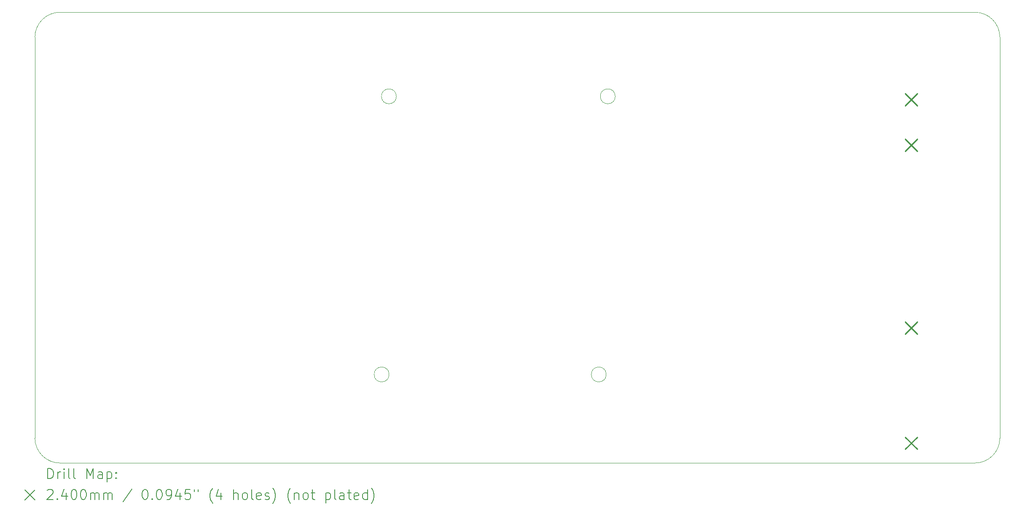
<source format=gbr>
%TF.GenerationSoftware,KiCad,Pcbnew,7.0.8*%
%TF.CreationDate,2024-09-16T14:38:20-04:00*%
%TF.ProjectId,breakout_pcie,62726561-6b6f-4757-945f-706369652e6b,rev?*%
%TF.SameCoordinates,Original*%
%TF.FileFunction,Drillmap*%
%TF.FilePolarity,Positive*%
%FSLAX45Y45*%
G04 Gerber Fmt 4.5, Leading zero omitted, Abs format (unit mm)*
G04 Created by KiCad (PCBNEW 7.0.8) date 2024-09-16 14:38:20*
%MOMM*%
%LPD*%
G01*
G04 APERTURE LIST*
%ADD10C,0.010000*%
%ADD11C,0.100000*%
%ADD12C,0.200000*%
%ADD13C,0.240000*%
G04 APERTURE END LIST*
D10*
X25920000Y-5630000D02*
G75*
G03*
X25420000Y-5130000I-500000J0D01*
G01*
X7050000Y-5130000D02*
X25420000Y-5130000D01*
X7050000Y-5130000D02*
G75*
G03*
X6540000Y-5630000I-5000J-505000D01*
G01*
D11*
X18196000Y-6820000D02*
G75*
G03*
X18196000Y-6820000I-150000J0D01*
G01*
D10*
X25420000Y-14190000D02*
X7050000Y-14190000D01*
X6540000Y-13690000D02*
G75*
G03*
X7050000Y-14190000I504996J4996D01*
G01*
X25920000Y-5630000D02*
X25920000Y-13690000D01*
D11*
X13800000Y-6820000D02*
G75*
G03*
X13800000Y-6820000I-150000J0D01*
G01*
D10*
X6540000Y-13690000D02*
X6540000Y-5630000D01*
D11*
X13654000Y-12410000D02*
G75*
G03*
X13654000Y-12410000I-150000J0D01*
G01*
X18015000Y-12410000D02*
G75*
G03*
X18015000Y-12410000I-150000J0D01*
G01*
D10*
X25420000Y-14190000D02*
G75*
G03*
X25920000Y-13690000I0J500000D01*
G01*
D12*
D13*
X24020000Y-6765000D02*
X24260000Y-7005000D01*
X24260000Y-6765000D02*
X24020000Y-7005000D01*
X24020000Y-7680000D02*
X24260000Y-7920000D01*
X24260000Y-7680000D02*
X24020000Y-7920000D01*
X24020000Y-11355000D02*
X24260000Y-11595000D01*
X24260000Y-11355000D02*
X24020000Y-11595000D01*
X24020000Y-13670000D02*
X24260000Y-13910000D01*
X24260000Y-13670000D02*
X24020000Y-13910000D01*
D12*
X6800277Y-14502009D02*
X6800277Y-14302009D01*
X6800277Y-14302009D02*
X6847896Y-14302009D01*
X6847896Y-14302009D02*
X6876467Y-14311532D01*
X6876467Y-14311532D02*
X6895515Y-14330580D01*
X6895515Y-14330580D02*
X6905039Y-14349628D01*
X6905039Y-14349628D02*
X6914562Y-14387723D01*
X6914562Y-14387723D02*
X6914562Y-14416294D01*
X6914562Y-14416294D02*
X6905039Y-14454389D01*
X6905039Y-14454389D02*
X6895515Y-14473437D01*
X6895515Y-14473437D02*
X6876467Y-14492485D01*
X6876467Y-14492485D02*
X6847896Y-14502009D01*
X6847896Y-14502009D02*
X6800277Y-14502009D01*
X7000277Y-14502009D02*
X7000277Y-14368675D01*
X7000277Y-14406770D02*
X7009801Y-14387723D01*
X7009801Y-14387723D02*
X7019324Y-14378199D01*
X7019324Y-14378199D02*
X7038372Y-14368675D01*
X7038372Y-14368675D02*
X7057420Y-14368675D01*
X7124086Y-14502009D02*
X7124086Y-14368675D01*
X7124086Y-14302009D02*
X7114562Y-14311532D01*
X7114562Y-14311532D02*
X7124086Y-14321056D01*
X7124086Y-14321056D02*
X7133610Y-14311532D01*
X7133610Y-14311532D02*
X7124086Y-14302009D01*
X7124086Y-14302009D02*
X7124086Y-14321056D01*
X7247896Y-14502009D02*
X7228848Y-14492485D01*
X7228848Y-14492485D02*
X7219324Y-14473437D01*
X7219324Y-14473437D02*
X7219324Y-14302009D01*
X7352658Y-14502009D02*
X7333610Y-14492485D01*
X7333610Y-14492485D02*
X7324086Y-14473437D01*
X7324086Y-14473437D02*
X7324086Y-14302009D01*
X7581229Y-14502009D02*
X7581229Y-14302009D01*
X7581229Y-14302009D02*
X7647896Y-14444866D01*
X7647896Y-14444866D02*
X7714562Y-14302009D01*
X7714562Y-14302009D02*
X7714562Y-14502009D01*
X7895515Y-14502009D02*
X7895515Y-14397247D01*
X7895515Y-14397247D02*
X7885991Y-14378199D01*
X7885991Y-14378199D02*
X7866943Y-14368675D01*
X7866943Y-14368675D02*
X7828848Y-14368675D01*
X7828848Y-14368675D02*
X7809801Y-14378199D01*
X7895515Y-14492485D02*
X7876467Y-14502009D01*
X7876467Y-14502009D02*
X7828848Y-14502009D01*
X7828848Y-14502009D02*
X7809801Y-14492485D01*
X7809801Y-14492485D02*
X7800277Y-14473437D01*
X7800277Y-14473437D02*
X7800277Y-14454389D01*
X7800277Y-14454389D02*
X7809801Y-14435342D01*
X7809801Y-14435342D02*
X7828848Y-14425818D01*
X7828848Y-14425818D02*
X7876467Y-14425818D01*
X7876467Y-14425818D02*
X7895515Y-14416294D01*
X7990753Y-14368675D02*
X7990753Y-14568675D01*
X7990753Y-14378199D02*
X8009801Y-14368675D01*
X8009801Y-14368675D02*
X8047896Y-14368675D01*
X8047896Y-14368675D02*
X8066943Y-14378199D01*
X8066943Y-14378199D02*
X8076467Y-14387723D01*
X8076467Y-14387723D02*
X8085991Y-14406770D01*
X8085991Y-14406770D02*
X8085991Y-14463913D01*
X8085991Y-14463913D02*
X8076467Y-14482961D01*
X8076467Y-14482961D02*
X8066943Y-14492485D01*
X8066943Y-14492485D02*
X8047896Y-14502009D01*
X8047896Y-14502009D02*
X8009801Y-14502009D01*
X8009801Y-14502009D02*
X7990753Y-14492485D01*
X8171705Y-14482961D02*
X8181229Y-14492485D01*
X8181229Y-14492485D02*
X8171705Y-14502009D01*
X8171705Y-14502009D02*
X8162182Y-14492485D01*
X8162182Y-14492485D02*
X8171705Y-14482961D01*
X8171705Y-14482961D02*
X8171705Y-14502009D01*
X8171705Y-14378199D02*
X8181229Y-14387723D01*
X8181229Y-14387723D02*
X8171705Y-14397247D01*
X8171705Y-14397247D02*
X8162182Y-14387723D01*
X8162182Y-14387723D02*
X8171705Y-14378199D01*
X8171705Y-14378199D02*
X8171705Y-14397247D01*
X6339500Y-14730525D02*
X6539500Y-14930525D01*
X6539500Y-14730525D02*
X6339500Y-14930525D01*
X6790753Y-14741056D02*
X6800277Y-14731532D01*
X6800277Y-14731532D02*
X6819324Y-14722009D01*
X6819324Y-14722009D02*
X6866943Y-14722009D01*
X6866943Y-14722009D02*
X6885991Y-14731532D01*
X6885991Y-14731532D02*
X6895515Y-14741056D01*
X6895515Y-14741056D02*
X6905039Y-14760104D01*
X6905039Y-14760104D02*
X6905039Y-14779151D01*
X6905039Y-14779151D02*
X6895515Y-14807723D01*
X6895515Y-14807723D02*
X6781229Y-14922009D01*
X6781229Y-14922009D02*
X6905039Y-14922009D01*
X6990753Y-14902961D02*
X7000277Y-14912485D01*
X7000277Y-14912485D02*
X6990753Y-14922009D01*
X6990753Y-14922009D02*
X6981229Y-14912485D01*
X6981229Y-14912485D02*
X6990753Y-14902961D01*
X6990753Y-14902961D02*
X6990753Y-14922009D01*
X7171705Y-14788675D02*
X7171705Y-14922009D01*
X7124086Y-14712485D02*
X7076467Y-14855342D01*
X7076467Y-14855342D02*
X7200277Y-14855342D01*
X7314562Y-14722009D02*
X7333610Y-14722009D01*
X7333610Y-14722009D02*
X7352658Y-14731532D01*
X7352658Y-14731532D02*
X7362182Y-14741056D01*
X7362182Y-14741056D02*
X7371705Y-14760104D01*
X7371705Y-14760104D02*
X7381229Y-14798199D01*
X7381229Y-14798199D02*
X7381229Y-14845818D01*
X7381229Y-14845818D02*
X7371705Y-14883913D01*
X7371705Y-14883913D02*
X7362182Y-14902961D01*
X7362182Y-14902961D02*
X7352658Y-14912485D01*
X7352658Y-14912485D02*
X7333610Y-14922009D01*
X7333610Y-14922009D02*
X7314562Y-14922009D01*
X7314562Y-14922009D02*
X7295515Y-14912485D01*
X7295515Y-14912485D02*
X7285991Y-14902961D01*
X7285991Y-14902961D02*
X7276467Y-14883913D01*
X7276467Y-14883913D02*
X7266943Y-14845818D01*
X7266943Y-14845818D02*
X7266943Y-14798199D01*
X7266943Y-14798199D02*
X7276467Y-14760104D01*
X7276467Y-14760104D02*
X7285991Y-14741056D01*
X7285991Y-14741056D02*
X7295515Y-14731532D01*
X7295515Y-14731532D02*
X7314562Y-14722009D01*
X7505039Y-14722009D02*
X7524086Y-14722009D01*
X7524086Y-14722009D02*
X7543134Y-14731532D01*
X7543134Y-14731532D02*
X7552658Y-14741056D01*
X7552658Y-14741056D02*
X7562182Y-14760104D01*
X7562182Y-14760104D02*
X7571705Y-14798199D01*
X7571705Y-14798199D02*
X7571705Y-14845818D01*
X7571705Y-14845818D02*
X7562182Y-14883913D01*
X7562182Y-14883913D02*
X7552658Y-14902961D01*
X7552658Y-14902961D02*
X7543134Y-14912485D01*
X7543134Y-14912485D02*
X7524086Y-14922009D01*
X7524086Y-14922009D02*
X7505039Y-14922009D01*
X7505039Y-14922009D02*
X7485991Y-14912485D01*
X7485991Y-14912485D02*
X7476467Y-14902961D01*
X7476467Y-14902961D02*
X7466943Y-14883913D01*
X7466943Y-14883913D02*
X7457420Y-14845818D01*
X7457420Y-14845818D02*
X7457420Y-14798199D01*
X7457420Y-14798199D02*
X7466943Y-14760104D01*
X7466943Y-14760104D02*
X7476467Y-14741056D01*
X7476467Y-14741056D02*
X7485991Y-14731532D01*
X7485991Y-14731532D02*
X7505039Y-14722009D01*
X7657420Y-14922009D02*
X7657420Y-14788675D01*
X7657420Y-14807723D02*
X7666943Y-14798199D01*
X7666943Y-14798199D02*
X7685991Y-14788675D01*
X7685991Y-14788675D02*
X7714563Y-14788675D01*
X7714563Y-14788675D02*
X7733610Y-14798199D01*
X7733610Y-14798199D02*
X7743134Y-14817247D01*
X7743134Y-14817247D02*
X7743134Y-14922009D01*
X7743134Y-14817247D02*
X7752658Y-14798199D01*
X7752658Y-14798199D02*
X7771705Y-14788675D01*
X7771705Y-14788675D02*
X7800277Y-14788675D01*
X7800277Y-14788675D02*
X7819324Y-14798199D01*
X7819324Y-14798199D02*
X7828848Y-14817247D01*
X7828848Y-14817247D02*
X7828848Y-14922009D01*
X7924086Y-14922009D02*
X7924086Y-14788675D01*
X7924086Y-14807723D02*
X7933610Y-14798199D01*
X7933610Y-14798199D02*
X7952658Y-14788675D01*
X7952658Y-14788675D02*
X7981229Y-14788675D01*
X7981229Y-14788675D02*
X8000277Y-14798199D01*
X8000277Y-14798199D02*
X8009801Y-14817247D01*
X8009801Y-14817247D02*
X8009801Y-14922009D01*
X8009801Y-14817247D02*
X8019324Y-14798199D01*
X8019324Y-14798199D02*
X8038372Y-14788675D01*
X8038372Y-14788675D02*
X8066943Y-14788675D01*
X8066943Y-14788675D02*
X8085991Y-14798199D01*
X8085991Y-14798199D02*
X8095515Y-14817247D01*
X8095515Y-14817247D02*
X8095515Y-14922009D01*
X8485991Y-14712485D02*
X8314563Y-14969628D01*
X8743134Y-14722009D02*
X8762182Y-14722009D01*
X8762182Y-14722009D02*
X8781229Y-14731532D01*
X8781229Y-14731532D02*
X8790753Y-14741056D01*
X8790753Y-14741056D02*
X8800277Y-14760104D01*
X8800277Y-14760104D02*
X8809801Y-14798199D01*
X8809801Y-14798199D02*
X8809801Y-14845818D01*
X8809801Y-14845818D02*
X8800277Y-14883913D01*
X8800277Y-14883913D02*
X8790753Y-14902961D01*
X8790753Y-14902961D02*
X8781229Y-14912485D01*
X8781229Y-14912485D02*
X8762182Y-14922009D01*
X8762182Y-14922009D02*
X8743134Y-14922009D01*
X8743134Y-14922009D02*
X8724087Y-14912485D01*
X8724087Y-14912485D02*
X8714563Y-14902961D01*
X8714563Y-14902961D02*
X8705039Y-14883913D01*
X8705039Y-14883913D02*
X8695515Y-14845818D01*
X8695515Y-14845818D02*
X8695515Y-14798199D01*
X8695515Y-14798199D02*
X8705039Y-14760104D01*
X8705039Y-14760104D02*
X8714563Y-14741056D01*
X8714563Y-14741056D02*
X8724087Y-14731532D01*
X8724087Y-14731532D02*
X8743134Y-14722009D01*
X8895515Y-14902961D02*
X8905039Y-14912485D01*
X8905039Y-14912485D02*
X8895515Y-14922009D01*
X8895515Y-14922009D02*
X8885991Y-14912485D01*
X8885991Y-14912485D02*
X8895515Y-14902961D01*
X8895515Y-14902961D02*
X8895515Y-14922009D01*
X9028848Y-14722009D02*
X9047896Y-14722009D01*
X9047896Y-14722009D02*
X9066944Y-14731532D01*
X9066944Y-14731532D02*
X9076468Y-14741056D01*
X9076468Y-14741056D02*
X9085991Y-14760104D01*
X9085991Y-14760104D02*
X9095515Y-14798199D01*
X9095515Y-14798199D02*
X9095515Y-14845818D01*
X9095515Y-14845818D02*
X9085991Y-14883913D01*
X9085991Y-14883913D02*
X9076468Y-14902961D01*
X9076468Y-14902961D02*
X9066944Y-14912485D01*
X9066944Y-14912485D02*
X9047896Y-14922009D01*
X9047896Y-14922009D02*
X9028848Y-14922009D01*
X9028848Y-14922009D02*
X9009801Y-14912485D01*
X9009801Y-14912485D02*
X9000277Y-14902961D01*
X9000277Y-14902961D02*
X8990753Y-14883913D01*
X8990753Y-14883913D02*
X8981229Y-14845818D01*
X8981229Y-14845818D02*
X8981229Y-14798199D01*
X8981229Y-14798199D02*
X8990753Y-14760104D01*
X8990753Y-14760104D02*
X9000277Y-14741056D01*
X9000277Y-14741056D02*
X9009801Y-14731532D01*
X9009801Y-14731532D02*
X9028848Y-14722009D01*
X9190753Y-14922009D02*
X9228848Y-14922009D01*
X9228848Y-14922009D02*
X9247896Y-14912485D01*
X9247896Y-14912485D02*
X9257420Y-14902961D01*
X9257420Y-14902961D02*
X9276468Y-14874389D01*
X9276468Y-14874389D02*
X9285991Y-14836294D01*
X9285991Y-14836294D02*
X9285991Y-14760104D01*
X9285991Y-14760104D02*
X9276468Y-14741056D01*
X9276468Y-14741056D02*
X9266944Y-14731532D01*
X9266944Y-14731532D02*
X9247896Y-14722009D01*
X9247896Y-14722009D02*
X9209801Y-14722009D01*
X9209801Y-14722009D02*
X9190753Y-14731532D01*
X9190753Y-14731532D02*
X9181229Y-14741056D01*
X9181229Y-14741056D02*
X9171706Y-14760104D01*
X9171706Y-14760104D02*
X9171706Y-14807723D01*
X9171706Y-14807723D02*
X9181229Y-14826770D01*
X9181229Y-14826770D02*
X9190753Y-14836294D01*
X9190753Y-14836294D02*
X9209801Y-14845818D01*
X9209801Y-14845818D02*
X9247896Y-14845818D01*
X9247896Y-14845818D02*
X9266944Y-14836294D01*
X9266944Y-14836294D02*
X9276468Y-14826770D01*
X9276468Y-14826770D02*
X9285991Y-14807723D01*
X9457420Y-14788675D02*
X9457420Y-14922009D01*
X9409801Y-14712485D02*
X9362182Y-14855342D01*
X9362182Y-14855342D02*
X9485991Y-14855342D01*
X9657420Y-14722009D02*
X9562182Y-14722009D01*
X9562182Y-14722009D02*
X9552658Y-14817247D01*
X9552658Y-14817247D02*
X9562182Y-14807723D01*
X9562182Y-14807723D02*
X9581229Y-14798199D01*
X9581229Y-14798199D02*
X9628849Y-14798199D01*
X9628849Y-14798199D02*
X9647896Y-14807723D01*
X9647896Y-14807723D02*
X9657420Y-14817247D01*
X9657420Y-14817247D02*
X9666944Y-14836294D01*
X9666944Y-14836294D02*
X9666944Y-14883913D01*
X9666944Y-14883913D02*
X9657420Y-14902961D01*
X9657420Y-14902961D02*
X9647896Y-14912485D01*
X9647896Y-14912485D02*
X9628849Y-14922009D01*
X9628849Y-14922009D02*
X9581229Y-14922009D01*
X9581229Y-14922009D02*
X9562182Y-14912485D01*
X9562182Y-14912485D02*
X9552658Y-14902961D01*
X9743134Y-14722009D02*
X9743134Y-14760104D01*
X9819325Y-14722009D02*
X9819325Y-14760104D01*
X10114563Y-14998199D02*
X10105039Y-14988675D01*
X10105039Y-14988675D02*
X10085991Y-14960104D01*
X10085991Y-14960104D02*
X10076468Y-14941056D01*
X10076468Y-14941056D02*
X10066944Y-14912485D01*
X10066944Y-14912485D02*
X10057420Y-14864866D01*
X10057420Y-14864866D02*
X10057420Y-14826770D01*
X10057420Y-14826770D02*
X10066944Y-14779151D01*
X10066944Y-14779151D02*
X10076468Y-14750580D01*
X10076468Y-14750580D02*
X10085991Y-14731532D01*
X10085991Y-14731532D02*
X10105039Y-14702961D01*
X10105039Y-14702961D02*
X10114563Y-14693437D01*
X10276468Y-14788675D02*
X10276468Y-14922009D01*
X10228849Y-14712485D02*
X10181230Y-14855342D01*
X10181230Y-14855342D02*
X10305039Y-14855342D01*
X10533611Y-14922009D02*
X10533611Y-14722009D01*
X10619325Y-14922009D02*
X10619325Y-14817247D01*
X10619325Y-14817247D02*
X10609801Y-14798199D01*
X10609801Y-14798199D02*
X10590753Y-14788675D01*
X10590753Y-14788675D02*
X10562182Y-14788675D01*
X10562182Y-14788675D02*
X10543134Y-14798199D01*
X10543134Y-14798199D02*
X10533611Y-14807723D01*
X10743134Y-14922009D02*
X10724087Y-14912485D01*
X10724087Y-14912485D02*
X10714563Y-14902961D01*
X10714563Y-14902961D02*
X10705039Y-14883913D01*
X10705039Y-14883913D02*
X10705039Y-14826770D01*
X10705039Y-14826770D02*
X10714563Y-14807723D01*
X10714563Y-14807723D02*
X10724087Y-14798199D01*
X10724087Y-14798199D02*
X10743134Y-14788675D01*
X10743134Y-14788675D02*
X10771706Y-14788675D01*
X10771706Y-14788675D02*
X10790753Y-14798199D01*
X10790753Y-14798199D02*
X10800277Y-14807723D01*
X10800277Y-14807723D02*
X10809801Y-14826770D01*
X10809801Y-14826770D02*
X10809801Y-14883913D01*
X10809801Y-14883913D02*
X10800277Y-14902961D01*
X10800277Y-14902961D02*
X10790753Y-14912485D01*
X10790753Y-14912485D02*
X10771706Y-14922009D01*
X10771706Y-14922009D02*
X10743134Y-14922009D01*
X10924087Y-14922009D02*
X10905039Y-14912485D01*
X10905039Y-14912485D02*
X10895515Y-14893437D01*
X10895515Y-14893437D02*
X10895515Y-14722009D01*
X11076468Y-14912485D02*
X11057420Y-14922009D01*
X11057420Y-14922009D02*
X11019325Y-14922009D01*
X11019325Y-14922009D02*
X11000277Y-14912485D01*
X11000277Y-14912485D02*
X10990753Y-14893437D01*
X10990753Y-14893437D02*
X10990753Y-14817247D01*
X10990753Y-14817247D02*
X11000277Y-14798199D01*
X11000277Y-14798199D02*
X11019325Y-14788675D01*
X11019325Y-14788675D02*
X11057420Y-14788675D01*
X11057420Y-14788675D02*
X11076468Y-14798199D01*
X11076468Y-14798199D02*
X11085992Y-14817247D01*
X11085992Y-14817247D02*
X11085992Y-14836294D01*
X11085992Y-14836294D02*
X10990753Y-14855342D01*
X11162182Y-14912485D02*
X11181230Y-14922009D01*
X11181230Y-14922009D02*
X11219325Y-14922009D01*
X11219325Y-14922009D02*
X11238372Y-14912485D01*
X11238372Y-14912485D02*
X11247896Y-14893437D01*
X11247896Y-14893437D02*
X11247896Y-14883913D01*
X11247896Y-14883913D02*
X11238372Y-14864866D01*
X11238372Y-14864866D02*
X11219325Y-14855342D01*
X11219325Y-14855342D02*
X11190753Y-14855342D01*
X11190753Y-14855342D02*
X11171706Y-14845818D01*
X11171706Y-14845818D02*
X11162182Y-14826770D01*
X11162182Y-14826770D02*
X11162182Y-14817247D01*
X11162182Y-14817247D02*
X11171706Y-14798199D01*
X11171706Y-14798199D02*
X11190753Y-14788675D01*
X11190753Y-14788675D02*
X11219325Y-14788675D01*
X11219325Y-14788675D02*
X11238372Y-14798199D01*
X11314563Y-14998199D02*
X11324087Y-14988675D01*
X11324087Y-14988675D02*
X11343134Y-14960104D01*
X11343134Y-14960104D02*
X11352658Y-14941056D01*
X11352658Y-14941056D02*
X11362182Y-14912485D01*
X11362182Y-14912485D02*
X11371706Y-14864866D01*
X11371706Y-14864866D02*
X11371706Y-14826770D01*
X11371706Y-14826770D02*
X11362182Y-14779151D01*
X11362182Y-14779151D02*
X11352658Y-14750580D01*
X11352658Y-14750580D02*
X11343134Y-14731532D01*
X11343134Y-14731532D02*
X11324087Y-14702961D01*
X11324087Y-14702961D02*
X11314563Y-14693437D01*
X11676468Y-14998199D02*
X11666944Y-14988675D01*
X11666944Y-14988675D02*
X11647896Y-14960104D01*
X11647896Y-14960104D02*
X11638372Y-14941056D01*
X11638372Y-14941056D02*
X11628849Y-14912485D01*
X11628849Y-14912485D02*
X11619325Y-14864866D01*
X11619325Y-14864866D02*
X11619325Y-14826770D01*
X11619325Y-14826770D02*
X11628849Y-14779151D01*
X11628849Y-14779151D02*
X11638372Y-14750580D01*
X11638372Y-14750580D02*
X11647896Y-14731532D01*
X11647896Y-14731532D02*
X11666944Y-14702961D01*
X11666944Y-14702961D02*
X11676468Y-14693437D01*
X11752658Y-14788675D02*
X11752658Y-14922009D01*
X11752658Y-14807723D02*
X11762182Y-14798199D01*
X11762182Y-14798199D02*
X11781230Y-14788675D01*
X11781230Y-14788675D02*
X11809801Y-14788675D01*
X11809801Y-14788675D02*
X11828849Y-14798199D01*
X11828849Y-14798199D02*
X11838372Y-14817247D01*
X11838372Y-14817247D02*
X11838372Y-14922009D01*
X11962182Y-14922009D02*
X11943134Y-14912485D01*
X11943134Y-14912485D02*
X11933611Y-14902961D01*
X11933611Y-14902961D02*
X11924087Y-14883913D01*
X11924087Y-14883913D02*
X11924087Y-14826770D01*
X11924087Y-14826770D02*
X11933611Y-14807723D01*
X11933611Y-14807723D02*
X11943134Y-14798199D01*
X11943134Y-14798199D02*
X11962182Y-14788675D01*
X11962182Y-14788675D02*
X11990753Y-14788675D01*
X11990753Y-14788675D02*
X12009801Y-14798199D01*
X12009801Y-14798199D02*
X12019325Y-14807723D01*
X12019325Y-14807723D02*
X12028849Y-14826770D01*
X12028849Y-14826770D02*
X12028849Y-14883913D01*
X12028849Y-14883913D02*
X12019325Y-14902961D01*
X12019325Y-14902961D02*
X12009801Y-14912485D01*
X12009801Y-14912485D02*
X11990753Y-14922009D01*
X11990753Y-14922009D02*
X11962182Y-14922009D01*
X12085992Y-14788675D02*
X12162182Y-14788675D01*
X12114563Y-14722009D02*
X12114563Y-14893437D01*
X12114563Y-14893437D02*
X12124087Y-14912485D01*
X12124087Y-14912485D02*
X12143134Y-14922009D01*
X12143134Y-14922009D02*
X12162182Y-14922009D01*
X12381230Y-14788675D02*
X12381230Y-14988675D01*
X12381230Y-14798199D02*
X12400277Y-14788675D01*
X12400277Y-14788675D02*
X12438373Y-14788675D01*
X12438373Y-14788675D02*
X12457420Y-14798199D01*
X12457420Y-14798199D02*
X12466944Y-14807723D01*
X12466944Y-14807723D02*
X12476468Y-14826770D01*
X12476468Y-14826770D02*
X12476468Y-14883913D01*
X12476468Y-14883913D02*
X12466944Y-14902961D01*
X12466944Y-14902961D02*
X12457420Y-14912485D01*
X12457420Y-14912485D02*
X12438373Y-14922009D01*
X12438373Y-14922009D02*
X12400277Y-14922009D01*
X12400277Y-14922009D02*
X12381230Y-14912485D01*
X12590753Y-14922009D02*
X12571706Y-14912485D01*
X12571706Y-14912485D02*
X12562182Y-14893437D01*
X12562182Y-14893437D02*
X12562182Y-14722009D01*
X12752658Y-14922009D02*
X12752658Y-14817247D01*
X12752658Y-14817247D02*
X12743134Y-14798199D01*
X12743134Y-14798199D02*
X12724087Y-14788675D01*
X12724087Y-14788675D02*
X12685992Y-14788675D01*
X12685992Y-14788675D02*
X12666944Y-14798199D01*
X12752658Y-14912485D02*
X12733611Y-14922009D01*
X12733611Y-14922009D02*
X12685992Y-14922009D01*
X12685992Y-14922009D02*
X12666944Y-14912485D01*
X12666944Y-14912485D02*
X12657420Y-14893437D01*
X12657420Y-14893437D02*
X12657420Y-14874389D01*
X12657420Y-14874389D02*
X12666944Y-14855342D01*
X12666944Y-14855342D02*
X12685992Y-14845818D01*
X12685992Y-14845818D02*
X12733611Y-14845818D01*
X12733611Y-14845818D02*
X12752658Y-14836294D01*
X12819325Y-14788675D02*
X12895515Y-14788675D01*
X12847896Y-14722009D02*
X12847896Y-14893437D01*
X12847896Y-14893437D02*
X12857420Y-14912485D01*
X12857420Y-14912485D02*
X12876468Y-14922009D01*
X12876468Y-14922009D02*
X12895515Y-14922009D01*
X13038373Y-14912485D02*
X13019325Y-14922009D01*
X13019325Y-14922009D02*
X12981230Y-14922009D01*
X12981230Y-14922009D02*
X12962182Y-14912485D01*
X12962182Y-14912485D02*
X12952658Y-14893437D01*
X12952658Y-14893437D02*
X12952658Y-14817247D01*
X12952658Y-14817247D02*
X12962182Y-14798199D01*
X12962182Y-14798199D02*
X12981230Y-14788675D01*
X12981230Y-14788675D02*
X13019325Y-14788675D01*
X13019325Y-14788675D02*
X13038373Y-14798199D01*
X13038373Y-14798199D02*
X13047896Y-14817247D01*
X13047896Y-14817247D02*
X13047896Y-14836294D01*
X13047896Y-14836294D02*
X12952658Y-14855342D01*
X13219325Y-14922009D02*
X13219325Y-14722009D01*
X13219325Y-14912485D02*
X13200277Y-14922009D01*
X13200277Y-14922009D02*
X13162182Y-14922009D01*
X13162182Y-14922009D02*
X13143134Y-14912485D01*
X13143134Y-14912485D02*
X13133611Y-14902961D01*
X13133611Y-14902961D02*
X13124087Y-14883913D01*
X13124087Y-14883913D02*
X13124087Y-14826770D01*
X13124087Y-14826770D02*
X13133611Y-14807723D01*
X13133611Y-14807723D02*
X13143134Y-14798199D01*
X13143134Y-14798199D02*
X13162182Y-14788675D01*
X13162182Y-14788675D02*
X13200277Y-14788675D01*
X13200277Y-14788675D02*
X13219325Y-14798199D01*
X13295515Y-14998199D02*
X13305039Y-14988675D01*
X13305039Y-14988675D02*
X13324087Y-14960104D01*
X13324087Y-14960104D02*
X13333611Y-14941056D01*
X13333611Y-14941056D02*
X13343134Y-14912485D01*
X13343134Y-14912485D02*
X13352658Y-14864866D01*
X13352658Y-14864866D02*
X13352658Y-14826770D01*
X13352658Y-14826770D02*
X13343134Y-14779151D01*
X13343134Y-14779151D02*
X13333611Y-14750580D01*
X13333611Y-14750580D02*
X13324087Y-14731532D01*
X13324087Y-14731532D02*
X13305039Y-14702961D01*
X13305039Y-14702961D02*
X13295515Y-14693437D01*
M02*

</source>
